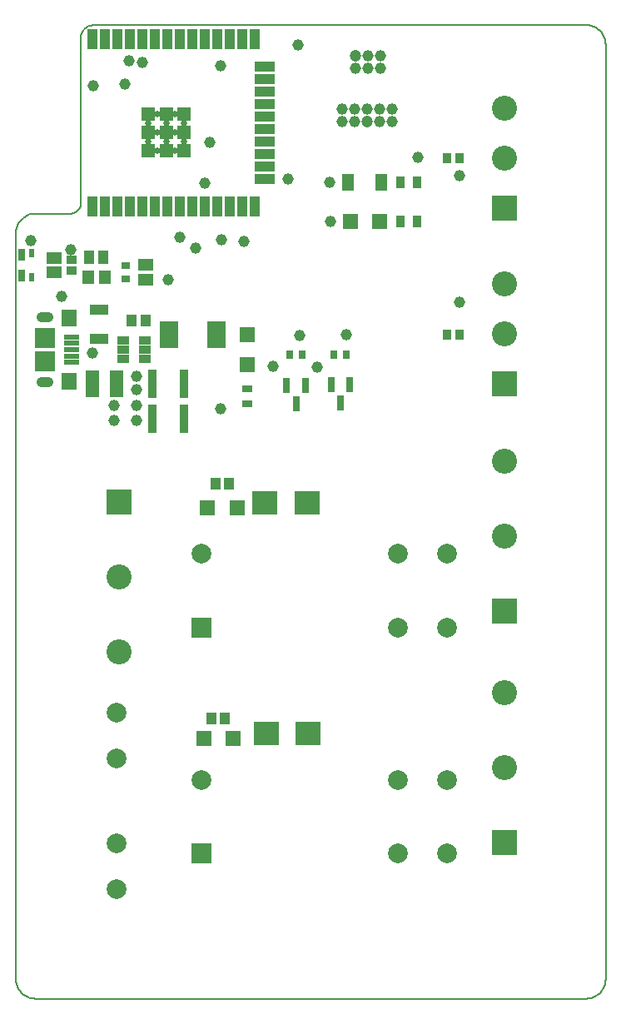
<source format=gts>
G04 Layer_Color=8388736*
%FSLAX25Y25*%
%MOIN*%
G70*
G01*
G75*
%ADD12R,0.07480X0.03937*%
%ADD15R,0.02985X0.03197*%
%ADD19R,0.07500X0.10984*%
%ADD20R,0.03937X0.02953*%
%ADD23R,0.03175X0.05151*%
%ADD26R,0.03740X0.02756*%
%ADD32R,0.05719X0.10646*%
%ADD37R,0.04940X0.05733*%
%ADD38R,0.04152X0.05339*%
%ADD46C,0.00787*%
%ADD49C,0.07874*%
%ADD50R,0.07874X0.07874*%
%ADD62R,0.10433X0.09646*%
%ADD63R,0.03937X0.03347*%
%ADD64R,0.03740X0.04331*%
%ADD65R,0.04717X0.03535*%
%ADD66R,0.05827X0.05827*%
%ADD67R,0.04134X0.08465*%
%ADD68R,0.08465X0.04134*%
%ADD69R,0.06102X0.06496*%
%ADD70R,0.02953X0.06102*%
%ADD71R,0.06496X0.06102*%
%ADD72R,0.04134X0.04724*%
%ADD73R,0.04921X0.06890*%
%ADD74R,0.02165X0.03740*%
%ADD75R,0.03150X0.05079*%
%ADD76R,0.06102X0.04921*%
%ADD77R,0.03543X0.11221*%
%ADD78R,0.04331X0.04724*%
%ADD79R,0.06102X0.06890*%
%ADD80R,0.08071X0.08071*%
%ADD81R,0.05906X0.02165*%
%ADD82C,0.04528*%
%ADD83C,0.04737*%
%ADD84C,0.02559*%
%ADD85R,0.10039X0.10039*%
%ADD86C,0.10039*%
%ADD87O,0.06890X0.04134*%
D12*
X289370Y482677D02*
D03*
Y494488D02*
D03*
D15*
X365642Y476378D02*
D03*
X370579D02*
D03*
X383358Y476378D02*
D03*
X388295D02*
D03*
D19*
X336321Y484252D02*
D03*
X317222D02*
D03*
D20*
X348425Y456693D02*
D03*
Y462598D02*
D03*
D23*
X410036Y529528D02*
D03*
X416736D02*
D03*
X410036Y545275D02*
D03*
X416736D02*
D03*
D26*
X300000Y512106D02*
D03*
Y506791D02*
D03*
D32*
X296162Y464567D02*
D03*
X286515D02*
D03*
D37*
X284938Y507480D02*
D03*
X291440D02*
D03*
D38*
X285332Y515354D02*
D03*
X291046D02*
D03*
D46*
X287008Y608268D02*
X286009Y608169D01*
X285049Y607878D01*
X284164Y607405D01*
X283389Y606769D01*
X282752Y605993D01*
X282279Y605108D01*
X281988Y604148D01*
X281890Y603150D01*
X277953Y532784D02*
X278972Y532918D01*
X279921Y533312D01*
X280737Y533937D01*
X281362Y534753D01*
X281756Y535702D01*
X281890Y536721D01*
X263780Y532784D02*
X262752Y532717D01*
X261742Y532516D01*
X260766Y532185D01*
X259843Y531729D01*
X258986Y531157D01*
X258212Y530478D01*
X257533Y529703D01*
X256961Y528847D01*
X256505Y527923D01*
X256174Y526948D01*
X255973Y525938D01*
X255906Y524910D01*
X255905Y226378D02*
X255973Y225350D01*
X256174Y224340D01*
X256505Y223365D01*
X256960Y222441D01*
X257533Y221585D01*
X258212Y220810D01*
X258986Y220131D01*
X259842Y219559D01*
X260766Y219103D01*
X261742Y218772D01*
X262752Y218571D01*
X263779Y218504D01*
X484252D02*
X485280Y218571D01*
X486290Y218772D01*
X487265Y219103D01*
X488189Y219559D01*
X489045Y220131D01*
X489820Y220810D01*
X490499Y221585D01*
X491071Y222441D01*
X491527Y223365D01*
X491858Y224340D01*
X492059Y225350D01*
X492126Y226378D01*
X492126Y600394D02*
X492059Y601421D01*
X491858Y602432D01*
X491527Y603407D01*
X491071Y604331D01*
X490499Y605187D01*
X489820Y605962D01*
X489045Y606641D01*
X488189Y607213D01*
X487265Y607668D01*
X486290Y608000D01*
X485280Y608200D01*
X484252Y608268D01*
X255905Y226378D02*
X255905Y524910D01*
X287008Y608268D02*
X484252Y608268D01*
X281890Y536684D02*
Y603150D01*
X263780Y532784D02*
X277953D01*
X492126Y226378D02*
X492126Y600394D01*
X263779Y218504D02*
X484252D01*
D49*
X296260Y262402D02*
D03*
Y280512D02*
D03*
X428740Y306102D02*
D03*
Y276575D02*
D03*
X409055Y306102D02*
D03*
Y276575D02*
D03*
X330315Y306102D02*
D03*
X428740Y396654D02*
D03*
Y367126D02*
D03*
X409055Y396654D02*
D03*
Y367126D02*
D03*
X330315Y396654D02*
D03*
X296260Y314764D02*
D03*
Y332874D02*
D03*
D50*
X330315Y276575D02*
D03*
Y367126D02*
D03*
D62*
X372638Y416929D02*
D03*
X355709D02*
D03*
X373032Y324803D02*
D03*
X356102D02*
D03*
D63*
X278346Y514468D02*
D03*
Y509941D02*
D03*
D64*
X428642Y555118D02*
D03*
X433563D02*
D03*
X428642Y484252D02*
D03*
X433563D02*
D03*
D65*
X307478Y474606D02*
D03*
Y478346D02*
D03*
Y482087D02*
D03*
X298821Y474606D02*
D03*
Y478346D02*
D03*
Y482087D02*
D03*
D66*
X323327Y572579D02*
D03*
Y565354D02*
D03*
Y558130D02*
D03*
X316102Y572579D02*
D03*
Y565354D02*
D03*
Y558130D02*
D03*
X308878Y572579D02*
D03*
Y565354D02*
D03*
Y558130D02*
D03*
D67*
X286575Y602756D02*
D03*
X291575D02*
D03*
X296575D02*
D03*
X301575D02*
D03*
X306575D02*
D03*
X311575D02*
D03*
X316575D02*
D03*
X321575D02*
D03*
X326575D02*
D03*
X331575D02*
D03*
X336575D02*
D03*
X341575D02*
D03*
X346575D02*
D03*
X351575D02*
D03*
Y535827D02*
D03*
X346575D02*
D03*
X341575D02*
D03*
X336575D02*
D03*
X331575D02*
D03*
X326575D02*
D03*
X321575D02*
D03*
X316575D02*
D03*
X311575D02*
D03*
X306575D02*
D03*
X301575D02*
D03*
X296575D02*
D03*
X291575D02*
D03*
X286575D02*
D03*
D68*
X355512Y591791D02*
D03*
Y586791D02*
D03*
Y581791D02*
D03*
Y576791D02*
D03*
Y571791D02*
D03*
Y566791D02*
D03*
Y561791D02*
D03*
Y556791D02*
D03*
Y551791D02*
D03*
Y546791D02*
D03*
D69*
X344488Y414961D02*
D03*
X332677D02*
D03*
X401575Y529528D02*
D03*
X389764D02*
D03*
X342913Y322835D02*
D03*
X331102D02*
D03*
D70*
X371850Y464173D02*
D03*
X364370D02*
D03*
X368110Y456693D02*
D03*
X385827Y456890D02*
D03*
X382086Y464370D02*
D03*
X389567D02*
D03*
D71*
X348425Y472441D02*
D03*
Y484252D02*
D03*
D72*
X334350Y330709D02*
D03*
X339665D02*
D03*
X335925Y424803D02*
D03*
X341240D02*
D03*
D73*
X402362Y545275D02*
D03*
X388976D02*
D03*
D74*
X262402Y507480D02*
D03*
Y516929D02*
D03*
D75*
X258090Y516260D02*
D03*
Y508150D02*
D03*
D76*
X271260Y515158D02*
D03*
Y509252D02*
D03*
X307874Y506496D02*
D03*
Y512402D02*
D03*
D77*
X310728Y464567D02*
D03*
X323130D02*
D03*
X310728Y450787D02*
D03*
X323130D02*
D03*
D78*
X307972Y490157D02*
D03*
X302264D02*
D03*
D79*
X277362Y465748D02*
D03*
Y490945D02*
D03*
D80*
X267717Y473622D02*
D03*
Y483071D02*
D03*
D81*
X278248Y473228D02*
D03*
Y475787D02*
D03*
Y478346D02*
D03*
Y480905D02*
D03*
Y483465D02*
D03*
D82*
X406575Y574803D02*
D03*
X401575D02*
D03*
X406575Y569803D02*
D03*
X401575D02*
D03*
X396575Y574803D02*
D03*
X391575D02*
D03*
Y569803D02*
D03*
X386575Y574803D02*
D03*
Y569803D02*
D03*
X391968Y591063D02*
D03*
X396969D02*
D03*
Y596063D02*
D03*
X401968Y591063D02*
D03*
Y596063D02*
D03*
X295336Y450078D02*
D03*
Y455984D02*
D03*
X304331Y455905D02*
D03*
Y462205D02*
D03*
Y467717D02*
D03*
Y450000D02*
D03*
X376522Y471510D02*
D03*
X358805Y471735D02*
D03*
X416832Y555415D02*
D03*
X261811Y522047D02*
D03*
X274410Y499606D02*
D03*
X286465Y476884D02*
D03*
X316831Y506398D02*
D03*
X381496Y545275D02*
D03*
X381929Y529528D02*
D03*
X306693Y593307D02*
D03*
X301181Y593932D02*
D03*
X299606Y584646D02*
D03*
X333465Y561417D02*
D03*
X337795Y592126D02*
D03*
X368898Y600394D02*
D03*
X433514Y548081D02*
D03*
Y497195D02*
D03*
X388295Y484252D02*
D03*
X321614Y523268D02*
D03*
X327953Y518898D02*
D03*
X369736Y483909D02*
D03*
X347244Y521654D02*
D03*
X338189Y522441D02*
D03*
X277953Y518504D02*
D03*
X364931Y546821D02*
D03*
X286791Y584075D02*
D03*
X337795Y454724D02*
D03*
X331496Y544882D02*
D03*
D83*
X396575Y569803D02*
D03*
X391968Y596063D02*
D03*
D84*
X323327Y568966D02*
D03*
Y561742D02*
D03*
X319714Y572579D02*
D03*
Y565354D02*
D03*
Y558130D02*
D03*
X316102Y568966D02*
D03*
Y561742D02*
D03*
X312490Y572579D02*
D03*
Y565354D02*
D03*
Y558130D02*
D03*
X308878Y568966D02*
D03*
Y561742D02*
D03*
D85*
X297244Y417401D02*
D03*
X451575Y535118D02*
D03*
Y464646D02*
D03*
X451575Y373544D02*
D03*
Y281024D02*
D03*
D86*
X297244Y387401D02*
D03*
Y357401D02*
D03*
X451575Y555118D02*
D03*
Y575118D02*
D03*
Y484646D02*
D03*
Y504646D02*
D03*
X451575Y433544D02*
D03*
Y403544D02*
D03*
Y341024D02*
D03*
Y311024D02*
D03*
D87*
X267717Y491339D02*
D03*
Y465354D02*
D03*
M02*

</source>
